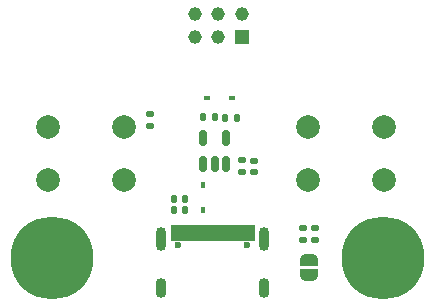
<source format=gts>
G04 #@! TF.GenerationSoftware,KiCad,Pcbnew,(6.0.10)*
G04 #@! TF.CreationDate,2023-07-05T14:15:12+02:00*
G04 #@! TF.ProjectId,USB-Tag,5553422d-5461-4672-9e6b-696361645f70,rev?*
G04 #@! TF.SameCoordinates,Original*
G04 #@! TF.FileFunction,Soldermask,Top*
G04 #@! TF.FilePolarity,Negative*
%FSLAX46Y46*%
G04 Gerber Fmt 4.6, Leading zero omitted, Abs format (unit mm)*
G04 Created by KiCad (PCBNEW (6.0.10)) date 2023-07-05 14:15:12*
%MOMM*%
%LPD*%
G01*
G04 APERTURE LIST*
G04 Aperture macros list*
%AMRoundRect*
0 Rectangle with rounded corners*
0 $1 Rounding radius*
0 $2 $3 $4 $5 $6 $7 $8 $9 X,Y pos of 4 corners*
0 Add a 4 corners polygon primitive as box body*
4,1,4,$2,$3,$4,$5,$6,$7,$8,$9,$2,$3,0*
0 Add four circle primitives for the rounded corners*
1,1,$1+$1,$2,$3*
1,1,$1+$1,$4,$5*
1,1,$1+$1,$6,$7*
1,1,$1+$1,$8,$9*
0 Add four rect primitives between the rounded corners*
20,1,$1+$1,$2,$3,$4,$5,0*
20,1,$1+$1,$4,$5,$6,$7,0*
20,1,$1+$1,$6,$7,$8,$9,0*
20,1,$1+$1,$8,$9,$2,$3,0*%
%AMFreePoly0*
4,1,22,0.500000,-0.750000,0.000000,-0.750000,0.000000,-0.745033,-0.079941,-0.743568,-0.215256,-0.701293,-0.333266,-0.622738,-0.424486,-0.514219,-0.481581,-0.384460,-0.499164,-0.250000,-0.500000,-0.250000,-0.500000,0.250000,-0.499164,0.250000,-0.499963,0.256109,-0.478152,0.396186,-0.417904,0.524511,-0.324060,0.630769,-0.204165,0.706417,-0.067858,0.745374,0.000000,0.744959,0.000000,0.750000,
0.500000,0.750000,0.500000,-0.750000,0.500000,-0.750000,$1*%
%AMFreePoly1*
4,1,20,0.000000,0.744959,0.073905,0.744508,0.209726,0.703889,0.328688,0.626782,0.421226,0.519385,0.479903,0.390333,0.500000,0.250000,0.500000,-0.250000,0.499851,-0.262216,0.476331,-0.402017,0.414519,-0.529596,0.319384,-0.634700,0.198574,-0.708877,0.061801,-0.746166,0.000000,-0.745033,0.000000,-0.750000,-0.500000,-0.750000,-0.500000,0.750000,0.000000,0.750000,0.000000,0.744959,
0.000000,0.744959,$1*%
G04 Aperture macros list end*
%ADD10C,0.010000*%
%ADD11RoundRect,0.135000X-0.185000X0.135000X-0.185000X-0.135000X0.185000X-0.135000X0.185000X0.135000X0*%
%ADD12FreePoly0,90.000000*%
%ADD13FreePoly1,90.000000*%
%ADD14C,0.600000*%
%ADD15O,0.900000X2.000000*%
%ADD16O,0.900000X1.700000*%
%ADD17RoundRect,0.150000X0.150000X-0.512500X0.150000X0.512500X-0.150000X0.512500X-0.150000X-0.512500X0*%
%ADD18RoundRect,0.135000X-0.135000X-0.185000X0.135000X-0.185000X0.135000X0.185000X-0.135000X0.185000X0*%
%ADD19RoundRect,0.140000X0.170000X-0.140000X0.170000X0.140000X-0.170000X0.140000X-0.170000X-0.140000X0*%
%ADD20C,2.000000*%
%ADD21C,0.800000*%
%ADD22C,7.000000*%
%ADD23RoundRect,0.135000X0.135000X0.185000X-0.135000X0.185000X-0.135000X-0.185000X0.135000X-0.185000X0*%
%ADD24R,0.450000X0.600000*%
%ADD25RoundRect,0.140000X-0.140000X-0.170000X0.140000X-0.170000X0.140000X0.170000X-0.140000X0.170000X0*%
%ADD26RoundRect,0.140000X0.140000X0.170000X-0.140000X0.170000X-0.140000X-0.170000X0.140000X-0.170000X0*%
%ADD27RoundRect,0.140000X-0.170000X0.140000X-0.170000X-0.140000X0.170000X-0.140000X0.170000X0.140000X0*%
%ADD28R,0.600000X0.450000*%
%ADD29R,1.150000X1.150000*%
%ADD30C,1.150000*%
G04 APERTURE END LIST*
G36*
X144150000Y-103220000D02*
G01*
X143750000Y-103220000D01*
X143750000Y-101980000D01*
X144150000Y-101980000D01*
X144150000Y-103220000D01*
G37*
D10*
X144150000Y-103220000D02*
X143750000Y-103220000D01*
X143750000Y-101980000D01*
X144150000Y-101980000D01*
X144150000Y-103220000D01*
G36*
X139850000Y-103220000D02*
G01*
X139150000Y-103220000D01*
X139150000Y-101980000D01*
X139850000Y-101980000D01*
X139850000Y-103220000D01*
G37*
X139850000Y-103220000D02*
X139150000Y-103220000D01*
X139150000Y-101980000D01*
X139850000Y-101980000D01*
X139850000Y-103220000D01*
G36*
X143150000Y-103220000D02*
G01*
X142750000Y-103220000D01*
X142750000Y-101980000D01*
X143150000Y-101980000D01*
X143150000Y-103220000D01*
G37*
X143150000Y-103220000D02*
X142750000Y-103220000D01*
X142750000Y-101980000D01*
X143150000Y-101980000D01*
X143150000Y-103220000D01*
G36*
X143650000Y-103220000D02*
G01*
X143250000Y-103220000D01*
X143250000Y-101980000D01*
X143650000Y-101980000D01*
X143650000Y-103220000D01*
G37*
X143650000Y-103220000D02*
X143250000Y-103220000D01*
X143250000Y-101980000D01*
X143650000Y-101980000D01*
X143650000Y-103220000D01*
G36*
X144650000Y-103220000D02*
G01*
X144250000Y-103220000D01*
X144250000Y-101980000D01*
X144650000Y-101980000D01*
X144650000Y-103220000D01*
G37*
X144650000Y-103220000D02*
X144250000Y-103220000D01*
X144250000Y-101980000D01*
X144650000Y-101980000D01*
X144650000Y-103220000D01*
G36*
X142650000Y-103220000D02*
G01*
X142250000Y-103220000D01*
X142250000Y-101980000D01*
X142650000Y-101980000D01*
X142650000Y-103220000D01*
G37*
X142650000Y-103220000D02*
X142250000Y-103220000D01*
X142250000Y-101980000D01*
X142650000Y-101980000D01*
X142650000Y-103220000D01*
G36*
X140650000Y-103220000D02*
G01*
X139950000Y-103220000D01*
X139950000Y-101980000D01*
X140650000Y-101980000D01*
X140650000Y-103220000D01*
G37*
X140650000Y-103220000D02*
X139950000Y-103220000D01*
X139950000Y-101980000D01*
X140650000Y-101980000D01*
X140650000Y-103220000D01*
G36*
X141150000Y-103220000D02*
G01*
X140750000Y-103220000D01*
X140750000Y-101980000D01*
X141150000Y-101980000D01*
X141150000Y-103220000D01*
G37*
X141150000Y-103220000D02*
X140750000Y-103220000D01*
X140750000Y-101980000D01*
X141150000Y-101980000D01*
X141150000Y-103220000D01*
G36*
X146250000Y-103220000D02*
G01*
X145550000Y-103220000D01*
X145550000Y-101980000D01*
X146250000Y-101980000D01*
X146250000Y-103220000D01*
G37*
X146250000Y-103220000D02*
X145550000Y-103220000D01*
X145550000Y-101980000D01*
X146250000Y-101980000D01*
X146250000Y-103220000D01*
G36*
X142150000Y-103220000D02*
G01*
X141750000Y-103220000D01*
X141750000Y-101980000D01*
X142150000Y-101980000D01*
X142150000Y-103220000D01*
G37*
X142150000Y-103220000D02*
X141750000Y-103220000D01*
X141750000Y-101980000D01*
X142150000Y-101980000D01*
X142150000Y-103220000D01*
G36*
X145450000Y-103220000D02*
G01*
X144750000Y-103220000D01*
X144750000Y-101980000D01*
X145450000Y-101980000D01*
X145450000Y-103220000D01*
G37*
X145450000Y-103220000D02*
X144750000Y-103220000D01*
X144750000Y-101980000D01*
X145450000Y-101980000D01*
X145450000Y-103220000D01*
G36*
X141650000Y-103220000D02*
G01*
X141250000Y-103220000D01*
X141250000Y-101980000D01*
X141650000Y-101980000D01*
X141650000Y-103220000D01*
G37*
X141650000Y-103220000D02*
X141250000Y-103220000D01*
X141250000Y-101980000D01*
X141650000Y-101980000D01*
X141650000Y-103220000D01*
D11*
X150350000Y-102240000D03*
X150350000Y-103260000D03*
X151400000Y-102240000D03*
X151400000Y-103260000D03*
D12*
X150900000Y-106250000D03*
D13*
X150900000Y-104950000D03*
D14*
X145590000Y-103670000D03*
X139810000Y-103670000D03*
D15*
X138375000Y-103180000D03*
X147025000Y-103180000D03*
D16*
X138375000Y-107350000D03*
X147025000Y-107350000D03*
D17*
X141925000Y-96844700D03*
X142875000Y-96844700D03*
X143825000Y-96844700D03*
X143825000Y-94569700D03*
X141925000Y-94569700D03*
D18*
X141857000Y-92862400D03*
X142877000Y-92862400D03*
D19*
X145161000Y-97459800D03*
X145161000Y-96499800D03*
D20*
X135228400Y-93685800D03*
X128728400Y-93685800D03*
X135228400Y-98185800D03*
X128728400Y-98185800D03*
D21*
X130938955Y-102943845D03*
X127226645Y-102943845D03*
X129082800Y-102175000D03*
X126457800Y-104800000D03*
X129082800Y-107425000D03*
D22*
X129082800Y-104800000D03*
D21*
X130938955Y-106656155D03*
X131707800Y-104800000D03*
X127226645Y-106656155D03*
D23*
X144810000Y-92887800D03*
X143790000Y-92887800D03*
D19*
X146202400Y-97482600D03*
X146202400Y-96522600D03*
D24*
X141859000Y-98568800D03*
X141859000Y-100668800D03*
D21*
X157124400Y-102175000D03*
X154499400Y-104800000D03*
X159749400Y-104800000D03*
X158980555Y-102943845D03*
X158980555Y-106656155D03*
X157124400Y-107425000D03*
D22*
X157124400Y-104800000D03*
D21*
X155268245Y-106656155D03*
X155268245Y-102943845D03*
D20*
X150750000Y-93685800D03*
X157250000Y-93685800D03*
X157250000Y-98185800D03*
X150750000Y-98185800D03*
D25*
X139440000Y-99734800D03*
X140400000Y-99734800D03*
D26*
X140400000Y-100700000D03*
X139440000Y-100700000D03*
D27*
X137400000Y-92620000D03*
X137400000Y-93580000D03*
D28*
X144350000Y-91200000D03*
X142250000Y-91200000D03*
D29*
X145200000Y-86100000D03*
D30*
X145200000Y-84100000D03*
X143200000Y-86100000D03*
X143200000Y-84100000D03*
X141200000Y-86100000D03*
X141200000Y-84100000D03*
M02*

</source>
